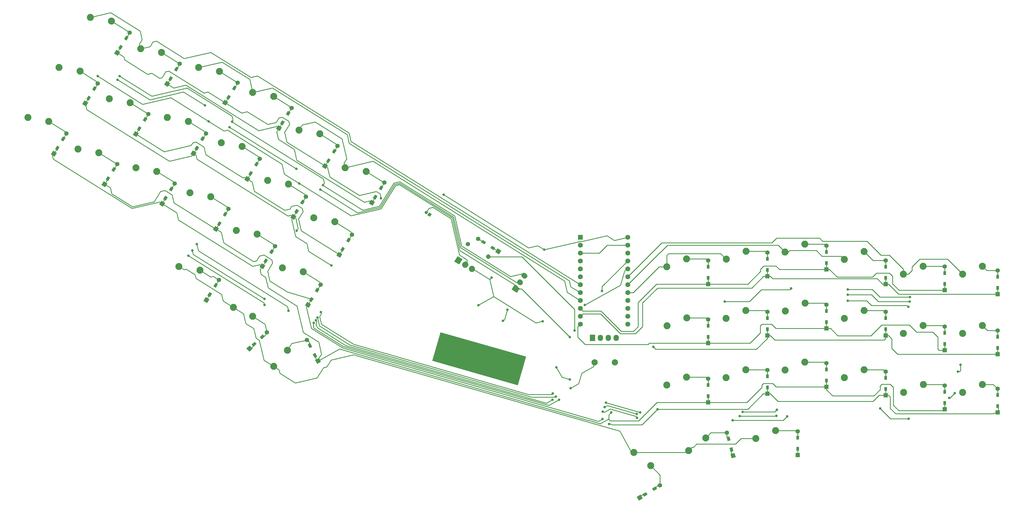
<source format=gbr>
G04 #@! TF.GenerationSoftware,KiCad,Pcbnew,(5.1.5)-3*
G04 #@! TF.CreationDate,2020-10-24T16:29:20+02:00*
G04 #@! TF.ProjectId,aegis,61656769-732e-46b6-9963-61645f706362,rev?*
G04 #@! TF.SameCoordinates,Original*
G04 #@! TF.FileFunction,Copper,L1,Top*
G04 #@! TF.FilePolarity,Positive*
%FSLAX46Y46*%
G04 Gerber Fmt 4.6, Leading zero omitted, Abs format (unit mm)*
G04 Created by KiCad (PCBNEW (5.1.5)-3) date 2020-10-24 16:29:20*
%MOMM*%
%LPD*%
G04 APERTURE LIST*
%ADD10C,0.100000*%
%ADD11C,2.000000*%
%ADD12O,1.730000X2.030000*%
%ADD13R,1.730000X2.030000*%
%ADD14C,1.730000*%
%ADD15C,1.000000*%
%ADD16C,1.397000*%
%ADD17R,0.950000X1.300000*%
%ADD18R,1.397000X1.397000*%
%ADD19C,1.905000*%
%ADD20C,1.400000*%
%ADD21C,1.400000*%
%ADD22C,1.600000*%
%ADD23R,1.600000X1.600000*%
%ADD24C,2.250000*%
%ADD25C,0.800000*%
%ADD26C,0.250000*%
G04 APERTURE END LIST*
D10*
G36*
X152289526Y-126792242D02*
G01*
X149670968Y-135924233D01*
X122185782Y-128016969D01*
X124790552Y-118933044D01*
X152289526Y-126792242D01*
G37*
X152289526Y-126792242D02*
X149670968Y-135924233D01*
X122185782Y-128016969D01*
X124790552Y-118933044D01*
X152289526Y-126792242D01*
D11*
X180880812Y-128648109D03*
X174380812Y-128648109D03*
D12*
X181304623Y-120784859D03*
X178764623Y-120784859D03*
X176224623Y-120784859D03*
D13*
X173684623Y-120784859D03*
D14*
X151910338Y-100823498D02*
X151658736Y-100660106D01*
X150526955Y-102953721D02*
X150275353Y-102790329D01*
G04 #@! TA.AperFunction,ComponentPad*
D10*
G36*
X150340134Y-104829607D02*
G01*
X149397909Y-106280507D01*
X147695408Y-105174889D01*
X148637633Y-103723989D01*
X150340134Y-104829607D01*
G37*
G04 #@! TD.AperFunction*
D15*
X120236459Y-80445568D02*
X120236459Y-80445568D01*
G04 #@! TA.AperFunction,ComponentPad*
D10*
G36*
X121154416Y-80429581D02*
G01*
X122002464Y-80959501D01*
X121472544Y-81807549D01*
X120624496Y-81277629D01*
X121154416Y-80429581D01*
G37*
G04 #@! TD.AperFunction*
G04 #@! TA.AperFunction,SMDPad,CuDef*
G36*
X75957651Y-49364829D02*
G01*
X75152006Y-48861406D01*
X75840901Y-47758943D01*
X76646546Y-48262366D01*
X75957651Y-49364829D01*
G37*
G04 #@! TD.AperFunction*
D16*
X76977661Y-46836108D03*
G04 #@! TA.AperFunction,ComponentPad*
D10*
G36*
X73161890Y-54260744D02*
G01*
X71977167Y-53520447D01*
X72717464Y-52335724D01*
X73902187Y-53076021D01*
X73161890Y-54260744D01*
G37*
G04 #@! TD.AperFunction*
G04 #@! TA.AperFunction,SMDPad,CuDef*
G36*
X74076437Y-52375399D02*
G01*
X73270792Y-51871976D01*
X73959687Y-50769513D01*
X74765332Y-51272936D01*
X74076437Y-52375399D01*
G37*
G04 #@! TD.AperFunction*
G04 #@! TA.AperFunction,SMDPad,CuDef*
G36*
X105798846Y-73317983D02*
G01*
X104993201Y-72814560D01*
X105682096Y-71712097D01*
X106487741Y-72215520D01*
X105798846Y-73317983D01*
G37*
G04 #@! TD.AperFunction*
D16*
X106818856Y-70789262D03*
G04 #@! TA.AperFunction,ComponentPad*
D10*
G36*
X103003085Y-78213898D02*
G01*
X101818362Y-77473601D01*
X102558659Y-76288878D01*
X103743382Y-77029175D01*
X103003085Y-78213898D01*
G37*
G04 #@! TD.AperFunction*
G04 #@! TA.AperFunction,SMDPad,CuDef*
G36*
X103917632Y-76328553D02*
G01*
X103111987Y-75825130D01*
X103800882Y-74722667D01*
X104606527Y-75226090D01*
X103917632Y-76328553D01*
G37*
G04 #@! TD.AperFunction*
G04 #@! TA.AperFunction,SMDPad,CuDef*
G36*
X90745766Y-61553424D02*
G01*
X89940121Y-61050001D01*
X90629016Y-59947538D01*
X91434661Y-60450961D01*
X90745766Y-61553424D01*
G37*
G04 #@! TD.AperFunction*
D16*
X91765776Y-59024703D03*
G04 #@! TA.AperFunction,ComponentPad*
D10*
G36*
X87950005Y-66449339D02*
G01*
X86765282Y-65709042D01*
X87505579Y-64524319D01*
X88690302Y-65264616D01*
X87950005Y-66449339D01*
G37*
G04 #@! TD.AperFunction*
G04 #@! TA.AperFunction,SMDPad,CuDef*
G36*
X88864552Y-64563994D02*
G01*
X88058907Y-64060571D01*
X88747802Y-62958108D01*
X89553447Y-63461531D01*
X88864552Y-64563994D01*
G37*
G04 #@! TD.AperFunction*
G04 #@! TA.AperFunction,SMDPad,CuDef*
G36*
X139455351Y-89901436D02*
G01*
X138951928Y-90707081D01*
X137849465Y-90018186D01*
X138352888Y-89212541D01*
X139455351Y-89901436D01*
G37*
G04 #@! TD.AperFunction*
D16*
X136926630Y-88881426D03*
G04 #@! TA.AperFunction,ComponentPad*
D10*
G36*
X144351266Y-92697197D02*
G01*
X143610969Y-93881920D01*
X142426246Y-93141623D01*
X143166543Y-91956900D01*
X144351266Y-92697197D01*
G37*
G04 #@! TD.AperFunction*
G04 #@! TA.AperFunction,SMDPad,CuDef*
G36*
X142465921Y-91782650D02*
G01*
X141962498Y-92588295D01*
X140860035Y-91899400D01*
X141363458Y-91093755D01*
X142465921Y-91782650D01*
G37*
G04 #@! TD.AperFunction*
D17*
X239630805Y-152873111D03*
D16*
X239630805Y-150838111D03*
D18*
X239630805Y-158458111D03*
D17*
X239630805Y-156423111D03*
G04 #@! TA.AperFunction,SMDPad,CuDef*
D10*
G36*
X218048461Y-153688515D02*
G01*
X217130832Y-153934393D01*
X216794367Y-152678689D01*
X217711996Y-152432811D01*
X218048461Y-153688515D01*
G37*
G04 #@! TD.AperFunction*
D16*
X216894717Y-151217943D03*
G04 #@! TA.AperFunction,ComponentPad*
D10*
G36*
X219722403Y-159072211D02*
G01*
X218373005Y-159433781D01*
X218011435Y-158084383D01*
X219360833Y-157722813D01*
X219722403Y-159072211D01*
G37*
G04 #@! TD.AperFunction*
G04 #@! TA.AperFunction,SMDPad,CuDef*
G36*
X218967269Y-157117551D02*
G01*
X218049640Y-157363429D01*
X217713175Y-156107725D01*
X218630804Y-155861847D01*
X218967269Y-157117551D01*
G37*
G04 #@! TD.AperFunction*
G04 #@! TA.AperFunction,SMDPad,CuDef*
G36*
X193339748Y-169975831D02*
G01*
X192850462Y-169161522D01*
X193964780Y-168491973D01*
X194454066Y-169306282D01*
X193339748Y-169975831D01*
G37*
G04 #@! TD.AperFunction*
D16*
X195396599Y-168185800D03*
G04 #@! TA.AperFunction,ComponentPad*
D10*
G36*
X188626008Y-173068875D02*
G01*
X187906500Y-171871413D01*
X189103962Y-171151905D01*
X189823470Y-172349367D01*
X188626008Y-173068875D01*
G37*
G04 #@! TD.AperFunction*
G04 #@! TA.AperFunction,SMDPad,CuDef*
G36*
X190296804Y-171804217D02*
G01*
X189807518Y-170989908D01*
X190921836Y-170320359D01*
X191411122Y-171134668D01*
X190296804Y-171804217D01*
G37*
G04 #@! TD.AperFunction*
G04 #@! TA.AperFunction,SMDPad,CuDef*
G36*
X83575407Y-123579902D02*
G01*
X82736606Y-124025900D01*
X82126293Y-122878068D01*
X82965094Y-122432070D01*
X83575407Y-123579902D01*
G37*
G04 #@! TD.AperFunction*
D16*
X81895475Y-121432187D03*
G04 #@! TA.AperFunction,ComponentPad*
D10*
G36*
X86417514Y-128449060D02*
G01*
X85184036Y-129104912D01*
X84528184Y-127871434D01*
X85761662Y-127215582D01*
X86417514Y-128449060D01*
G37*
G04 #@! TD.AperFunction*
G04 #@! TA.AperFunction,SMDPad,CuDef*
G36*
X85242031Y-126714366D02*
G01*
X84403230Y-127160364D01*
X83792917Y-126012532D01*
X84631718Y-125566534D01*
X85242031Y-126714366D01*
G37*
G04 #@! TD.AperFunction*
G04 #@! TA.AperFunction,SMDPad,CuDef*
G36*
X67393633Y-121144994D02*
G01*
X66745735Y-120450208D01*
X67696495Y-119563610D01*
X68344393Y-120258396D01*
X67393633Y-121144994D01*
G37*
G04 #@! TD.AperFunction*
D16*
X69033369Y-118966435D03*
G04 #@! TA.AperFunction,ComponentPad*
D10*
G36*
X63425978Y-125150489D02*
G01*
X62473227Y-124128788D01*
X63494928Y-123176037D01*
X64447679Y-124197738D01*
X63425978Y-125150489D01*
G37*
G04 #@! TD.AperFunction*
G04 #@! TA.AperFunction,SMDPad,CuDef*
G36*
X64797327Y-123566088D02*
G01*
X64149429Y-122871302D01*
X65100189Y-121984704D01*
X65748087Y-122679490D01*
X64797327Y-123566088D01*
G37*
G04 #@! TD.AperFunction*
G04 #@! TA.AperFunction,SMDPad,CuDef*
G36*
X52616393Y-104645910D02*
G01*
X51810748Y-104142487D01*
X52499643Y-103040024D01*
X53305288Y-103543447D01*
X52616393Y-104645910D01*
G37*
G04 #@! TD.AperFunction*
D16*
X53636403Y-102117189D03*
G04 #@! TA.AperFunction,ComponentPad*
D10*
G36*
X49820632Y-109541825D02*
G01*
X48635909Y-108801528D01*
X49376206Y-107616805D01*
X50560929Y-108357102D01*
X49820632Y-109541825D01*
G37*
G04 #@! TD.AperFunction*
G04 #@! TA.AperFunction,SMDPad,CuDef*
G36*
X50735179Y-107656480D02*
G01*
X49929534Y-107153057D01*
X50618429Y-106050594D01*
X51424074Y-106554017D01*
X50735179Y-107656480D01*
G37*
G04 #@! TD.AperFunction*
D17*
X303880807Y-139123111D03*
D16*
X303880807Y-137088111D03*
D18*
X303880807Y-144708111D03*
D17*
X303880807Y-142673111D03*
X303880797Y-120373106D03*
D16*
X303880797Y-118338106D03*
D18*
X303880797Y-125958106D03*
D17*
X303880797Y-123923106D03*
X303880787Y-101123093D03*
D16*
X303880787Y-99088093D03*
D18*
X303880787Y-106708093D03*
D17*
X303880787Y-104673093D03*
X286880798Y-138123125D03*
D16*
X286880798Y-136088125D03*
D18*
X286880798Y-143708125D03*
D17*
X286880798Y-141673125D03*
X286880795Y-119123108D03*
D16*
X286880795Y-117088108D03*
D18*
X286880795Y-124708108D03*
D17*
X286880795Y-122673108D03*
X286880808Y-99873119D03*
D16*
X286880808Y-97838119D03*
D18*
X286880808Y-105458119D03*
D17*
X286880808Y-103423119D03*
X267880794Y-133623117D03*
D16*
X267880794Y-131588117D03*
D18*
X267880794Y-139208117D03*
D17*
X267880794Y-137173117D03*
X267880795Y-114373109D03*
D16*
X267880795Y-112338109D03*
D18*
X267880795Y-119958109D03*
D17*
X267880795Y-117923109D03*
X267880817Y-97873100D03*
D16*
X267880817Y-95838100D03*
D18*
X267880817Y-103458100D03*
D17*
X267880817Y-101423100D03*
X248880789Y-130873113D03*
D16*
X248880789Y-128838113D03*
D18*
X248880789Y-136458113D03*
D17*
X248880789Y-134423113D03*
X248880785Y-112123105D03*
D16*
X248880785Y-110088105D03*
D18*
X248880785Y-117708105D03*
D17*
X248880785Y-115673105D03*
X248880801Y-93123100D03*
D16*
X248880801Y-91088100D03*
D18*
X248880801Y-98708100D03*
D17*
X248880801Y-96673100D03*
X229880805Y-133123097D03*
D16*
X229880805Y-131088097D03*
D18*
X229880805Y-138708097D03*
D17*
X229880805Y-136673097D03*
X229880800Y-114373110D03*
D16*
X229880800Y-112338110D03*
D18*
X229880800Y-119958110D03*
D17*
X229880800Y-117923110D03*
X229880802Y-95373108D03*
D16*
X229880802Y-93338108D03*
D18*
X229880802Y-100958108D03*
D17*
X229880802Y-98923108D03*
X210880815Y-135873108D03*
D16*
X210880815Y-133838108D03*
D18*
X210880815Y-141458108D03*
D17*
X210880815Y-139423108D03*
X210880800Y-116873105D03*
D16*
X210880800Y-114838105D03*
D18*
X210880800Y-122458105D03*
D17*
X210880800Y-120423105D03*
X210880791Y-97873111D03*
D16*
X210880791Y-95838111D03*
D18*
X210880791Y-103458111D03*
D17*
X210880791Y-101423111D03*
G04 #@! TA.AperFunction,SMDPad,CuDef*
D10*
G36*
X85264491Y-106179860D02*
G01*
X84458846Y-105676437D01*
X85147741Y-104573974D01*
X85953386Y-105077397D01*
X85264491Y-106179860D01*
G37*
G04 #@! TD.AperFunction*
D16*
X86284501Y-103651139D03*
G04 #@! TA.AperFunction,ComponentPad*
D10*
G36*
X82468730Y-111075775D02*
G01*
X81284007Y-110335478D01*
X82024304Y-109150755D01*
X83209027Y-109891052D01*
X82468730Y-111075775D01*
G37*
G04 #@! TD.AperFunction*
G04 #@! TA.AperFunction,SMDPad,CuDef*
G36*
X83383277Y-109190430D02*
G01*
X82577632Y-108687007D01*
X83266527Y-107584544D01*
X84072172Y-108087967D01*
X83383277Y-109190430D01*
G37*
G04 #@! TD.AperFunction*
G04 #@! TA.AperFunction,SMDPad,CuDef*
G36*
X95332923Y-90066937D02*
G01*
X94527278Y-89563514D01*
X95216173Y-88461051D01*
X96021818Y-88964474D01*
X95332923Y-90066937D01*
G37*
G04 #@! TD.AperFunction*
D16*
X96352933Y-87538216D03*
G04 #@! TA.AperFunction,ComponentPad*
D10*
G36*
X92537162Y-94962852D02*
G01*
X91352439Y-94222555D01*
X92092736Y-93037832D01*
X93277459Y-93778129D01*
X92537162Y-94962852D01*
G37*
G04 #@! TD.AperFunction*
G04 #@! TA.AperFunction,SMDPad,CuDef*
G36*
X93451709Y-93077507D02*
G01*
X92646064Y-92574084D01*
X93334959Y-91471621D01*
X94140604Y-91975044D01*
X93451709Y-93077507D01*
G37*
G04 #@! TD.AperFunction*
G04 #@! TA.AperFunction,SMDPad,CuDef*
G36*
X70608832Y-93779237D02*
G01*
X69803187Y-93275814D01*
X70492082Y-92173351D01*
X71297727Y-92676774D01*
X70608832Y-93779237D01*
G37*
G04 #@! TD.AperFunction*
D16*
X71628842Y-91250516D03*
G04 #@! TA.AperFunction,ComponentPad*
D10*
G36*
X67813071Y-98675152D02*
G01*
X66628348Y-97934855D01*
X67368645Y-96750132D01*
X68553368Y-97490429D01*
X67813071Y-98675152D01*
G37*
G04 #@! TD.AperFunction*
G04 #@! TA.AperFunction,SMDPad,CuDef*
G36*
X68727618Y-96789807D02*
G01*
X67921973Y-96286384D01*
X68610868Y-95183921D01*
X69416513Y-95687344D01*
X68727618Y-96789807D01*
G37*
G04 #@! TD.AperFunction*
G04 #@! TA.AperFunction,SMDPad,CuDef*
G36*
X80544826Y-77878344D02*
G01*
X79739181Y-77374921D01*
X80428076Y-76272458D01*
X81233721Y-76775881D01*
X80544826Y-77878344D01*
G37*
G04 #@! TD.AperFunction*
D16*
X81564836Y-75349623D03*
G04 #@! TA.AperFunction,ComponentPad*
D10*
G36*
X77749065Y-82774259D02*
G01*
X76564342Y-82033962D01*
X77304639Y-80849239D01*
X78489362Y-81589536D01*
X77749065Y-82774259D01*
G37*
G04 #@! TD.AperFunction*
G04 #@! TA.AperFunction,SMDPad,CuDef*
G36*
X78663612Y-80888914D02*
G01*
X77857967Y-80385491D01*
X78546862Y-79283028D01*
X79352507Y-79786451D01*
X78663612Y-80888914D01*
G37*
G04 #@! TD.AperFunction*
G04 #@! TA.AperFunction,SMDPad,CuDef*
G36*
X55688241Y-81802662D02*
G01*
X54882596Y-81299239D01*
X55571491Y-80196776D01*
X56377136Y-80700199D01*
X55688241Y-81802662D01*
G37*
G04 #@! TD.AperFunction*
D16*
X56708251Y-79273941D03*
G04 #@! TA.AperFunction,ComponentPad*
D10*
G36*
X52892480Y-86698577D02*
G01*
X51707757Y-85958280D01*
X52448054Y-84773557D01*
X53632777Y-85513854D01*
X52892480Y-86698577D01*
G37*
G04 #@! TD.AperFunction*
G04 #@! TA.AperFunction,SMDPad,CuDef*
G36*
X53807027Y-84813232D02*
G01*
X53001382Y-84309809D01*
X53690277Y-83207346D01*
X54495922Y-83710769D01*
X53807027Y-84813232D01*
G37*
G04 #@! TD.AperFunction*
G04 #@! TA.AperFunction,SMDPad,CuDef*
G36*
X65756698Y-65689760D02*
G01*
X64951053Y-65186337D01*
X65639948Y-64083874D01*
X66445593Y-64587297D01*
X65756698Y-65689760D01*
G37*
G04 #@! TD.AperFunction*
D16*
X66776708Y-63161039D03*
G04 #@! TA.AperFunction,ComponentPad*
D10*
G36*
X62960937Y-70585675D02*
G01*
X61776214Y-69845378D01*
X62516511Y-68660655D01*
X63701234Y-69400952D01*
X62960937Y-70585675D01*
G37*
G04 #@! TD.AperFunction*
G04 #@! TA.AperFunction,SMDPad,CuDef*
G36*
X63875484Y-68700330D02*
G01*
X63069839Y-68196907D01*
X63758734Y-67094444D01*
X64564379Y-67597867D01*
X63875484Y-68700330D01*
G37*
G04 #@! TD.AperFunction*
G04 #@! TA.AperFunction,SMDPad,CuDef*
G36*
X38383005Y-73642328D02*
G01*
X37577360Y-73138905D01*
X38266255Y-72036442D01*
X39071900Y-72539865D01*
X38383005Y-73642328D01*
G37*
G04 #@! TD.AperFunction*
D16*
X39403015Y-71113607D03*
G04 #@! TA.AperFunction,ComponentPad*
D10*
G36*
X35587244Y-78538243D02*
G01*
X34402521Y-77797946D01*
X35142818Y-76613223D01*
X36327541Y-77353520D01*
X35587244Y-78538243D01*
G37*
G04 #@! TD.AperFunction*
G04 #@! TA.AperFunction,SMDPad,CuDef*
G36*
X36501791Y-76652898D02*
G01*
X35696146Y-76149475D01*
X36385041Y-75047012D01*
X37190686Y-75550435D01*
X36501791Y-76652898D01*
G37*
G04 #@! TD.AperFunction*
G04 #@! TA.AperFunction,SMDPad,CuDef*
G36*
X48451467Y-57529394D02*
G01*
X47645822Y-57025971D01*
X48334717Y-55923508D01*
X49140362Y-56426931D01*
X48451467Y-57529394D01*
G37*
G04 #@! TD.AperFunction*
D16*
X49471477Y-55000673D03*
G04 #@! TA.AperFunction,ComponentPad*
D10*
G36*
X45655706Y-62425309D02*
G01*
X44470983Y-61685012D01*
X45211280Y-60500289D01*
X46396003Y-61240586D01*
X45655706Y-62425309D01*
G37*
G04 #@! TD.AperFunction*
G04 #@! TA.AperFunction,SMDPad,CuDef*
G36*
X46570253Y-60539964D02*
G01*
X45764608Y-60036541D01*
X46453503Y-58934078D01*
X47259148Y-59437501D01*
X46570253Y-60539964D01*
G37*
G04 #@! TD.AperFunction*
G04 #@! TA.AperFunction,SMDPad,CuDef*
G36*
X58652422Y-41204485D02*
G01*
X57846777Y-40701062D01*
X58535672Y-39598599D01*
X59341317Y-40102022D01*
X58652422Y-41204485D01*
G37*
G04 #@! TD.AperFunction*
D16*
X59672432Y-38675764D03*
G04 #@! TA.AperFunction,ComponentPad*
D10*
G36*
X55856661Y-46100400D02*
G01*
X54671938Y-45360103D01*
X55412235Y-44175380D01*
X56596958Y-44915677D01*
X55856661Y-46100400D01*
G37*
G04 #@! TD.AperFunction*
G04 #@! TA.AperFunction,SMDPad,CuDef*
G36*
X56771208Y-44215055D02*
G01*
X55965563Y-43711632D01*
X56654458Y-42609169D01*
X57460103Y-43112592D01*
X56771208Y-44215055D01*
G37*
G04 #@! TD.AperFunction*
G04 #@! TA.AperFunction,SMDPad,CuDef*
G36*
X19885455Y-67390076D02*
G01*
X19079810Y-66886653D01*
X19768705Y-65784190D01*
X20574350Y-66287613D01*
X19885455Y-67390076D01*
G37*
G04 #@! TD.AperFunction*
D16*
X20905465Y-64861355D03*
G04 #@! TA.AperFunction,ComponentPad*
D10*
G36*
X17089694Y-72285991D02*
G01*
X15904971Y-71545694D01*
X16645268Y-70360971D01*
X17829991Y-71101268D01*
X17089694Y-72285991D01*
G37*
G04 #@! TD.AperFunction*
G04 #@! TA.AperFunction,SMDPad,CuDef*
G36*
X18004241Y-70400646D02*
G01*
X17198596Y-69897223D01*
X17887491Y-68794760D01*
X18693136Y-69298183D01*
X18004241Y-70400646D01*
G37*
G04 #@! TD.AperFunction*
G04 #@! TA.AperFunction,SMDPad,CuDef*
G36*
X29953934Y-51277157D02*
G01*
X29148289Y-50773734D01*
X29837184Y-49671271D01*
X30642829Y-50174694D01*
X29953934Y-51277157D01*
G37*
G04 #@! TD.AperFunction*
D16*
X30973944Y-48748436D03*
G04 #@! TA.AperFunction,ComponentPad*
D10*
G36*
X27158173Y-56173072D02*
G01*
X25973450Y-55432775D01*
X26713747Y-54248052D01*
X27898470Y-54988349D01*
X27158173Y-56173072D01*
G37*
G04 #@! TD.AperFunction*
G04 #@! TA.AperFunction,SMDPad,CuDef*
G36*
X28072720Y-54287727D02*
G01*
X27267075Y-53784304D01*
X27955970Y-52681841D01*
X28761615Y-53185264D01*
X28072720Y-54287727D01*
G37*
G04 #@! TD.AperFunction*
G04 #@! TA.AperFunction,SMDPad,CuDef*
G36*
X40022387Y-35164245D02*
G01*
X39216742Y-34660822D01*
X39905637Y-33558359D01*
X40711282Y-34061782D01*
X40022387Y-35164245D01*
G37*
G04 #@! TD.AperFunction*
D16*
X41042397Y-32635524D03*
G04 #@! TA.AperFunction,ComponentPad*
D10*
G36*
X37226626Y-40060160D02*
G01*
X36041903Y-39319863D01*
X36782200Y-38135140D01*
X37966923Y-38875437D01*
X37226626Y-40060160D01*
G37*
G04 #@! TD.AperFunction*
G04 #@! TA.AperFunction,SMDPad,CuDef*
G36*
X38141173Y-38174815D02*
G01*
X37335528Y-37671392D01*
X38024423Y-36568929D01*
X38830068Y-37072352D01*
X38141173Y-38174815D01*
G37*
G04 #@! TD.AperFunction*
G04 #@! TA.AperFunction,SMDPad,CuDef*
G36*
X3626807Y-57554791D02*
G01*
X2821162Y-57051368D01*
X3510057Y-55948905D01*
X4315702Y-56452328D01*
X3626807Y-57554791D01*
G37*
G04 #@! TD.AperFunction*
D16*
X4646817Y-55026070D03*
G04 #@! TA.AperFunction,ComponentPad*
D10*
G36*
X831046Y-62450706D02*
G01*
X-353677Y-61710409D01*
X386620Y-60525686D01*
X1571343Y-61265983D01*
X831046Y-62450706D01*
G37*
G04 #@! TD.AperFunction*
G04 #@! TA.AperFunction,SMDPad,CuDef*
G36*
X1745593Y-60565361D02*
G01*
X939948Y-60061938D01*
X1628843Y-58959475D01*
X2434488Y-59462898D01*
X1745593Y-60565361D01*
G37*
G04 #@! TD.AperFunction*
G04 #@! TA.AperFunction,SMDPad,CuDef*
G36*
X13695286Y-41441906D02*
G01*
X12889641Y-40938483D01*
X13578536Y-39836020D01*
X14384181Y-40339443D01*
X13695286Y-41441906D01*
G37*
G04 #@! TD.AperFunction*
D16*
X14715296Y-38913185D03*
G04 #@! TA.AperFunction,ComponentPad*
D10*
G36*
X10899525Y-46337821D02*
G01*
X9714802Y-45597524D01*
X10455099Y-44412801D01*
X11639822Y-45153098D01*
X10899525Y-46337821D01*
G37*
G04 #@! TD.AperFunction*
G04 #@! TA.AperFunction,SMDPad,CuDef*
G36*
X11814072Y-44452476D02*
G01*
X11008427Y-43949053D01*
X11697322Y-42846590D01*
X12502967Y-43350013D01*
X11814072Y-44452476D01*
G37*
G04 #@! TD.AperFunction*
G04 #@! TA.AperFunction,SMDPad,CuDef*
G36*
X23938622Y-25143470D02*
G01*
X23132977Y-24640047D01*
X23821872Y-23537584D01*
X24627517Y-24041007D01*
X23938622Y-25143470D01*
G37*
G04 #@! TD.AperFunction*
D16*
X24958632Y-22614749D03*
G04 #@! TA.AperFunction,ComponentPad*
D10*
G36*
X21142861Y-30039385D02*
G01*
X19958138Y-29299088D01*
X20698435Y-28114365D01*
X21883158Y-28854662D01*
X21142861Y-30039385D01*
G37*
G04 #@! TD.AperFunction*
G04 #@! TA.AperFunction,SMDPad,CuDef*
G36*
X22057408Y-28154040D02*
G01*
X21251763Y-27650617D01*
X21940658Y-26548154D01*
X22746303Y-27051577D01*
X22057408Y-28154040D01*
G37*
G04 #@! TD.AperFunction*
D19*
X134938166Y-98460813D02*
X134887824Y-98541377D01*
X132784124Y-97114818D02*
X132733782Y-97195382D01*
G04 #@! TA.AperFunction,ComponentPad*
D10*
G36*
X129267226Y-96152405D02*
G01*
X130327064Y-94456309D01*
X131942596Y-95465805D01*
X130882758Y-97161901D01*
X129267226Y-96152405D01*
G37*
G04 #@! TD.AperFunction*
D20*
X140198481Y-94567141D02*
X140198481Y-94567141D01*
D21*
X133666866Y-90642551D03*
D22*
X185000806Y-88428102D03*
X185000806Y-90968102D03*
X185000806Y-93508102D03*
X185000806Y-96048102D03*
X185000806Y-98588102D03*
X185000806Y-101128102D03*
X185000806Y-103668102D03*
X185000806Y-106208102D03*
X185000806Y-108748102D03*
X185000806Y-111288102D03*
X185000806Y-113828102D03*
X185000806Y-116368102D03*
X169760806Y-116368102D03*
X169760806Y-113828102D03*
X169760806Y-111288102D03*
X169760806Y-108748102D03*
X169760806Y-106208102D03*
X169760806Y-103668102D03*
X169760806Y-101128102D03*
X169760806Y-98588102D03*
X169760806Y-96048102D03*
X169760806Y-93508102D03*
X169760806Y-90968102D03*
D23*
X169760806Y-88428102D03*
D24*
X232540579Y-150572222D03*
X226190579Y-153112222D03*
X210064240Y-152887917D03*
X204588011Y-156984870D03*
X192370000Y-161836920D03*
X186995296Y-157607658D03*
X75665515Y-124694524D03*
X71251256Y-129918356D03*
X64437031Y-113834314D03*
X58248703Y-110922494D03*
X47510266Y-98976325D03*
X40779166Y-97765379D03*
X298990589Y-135697227D03*
X292640589Y-138237227D03*
X298970588Y-116722213D03*
X292620588Y-119262213D03*
X299020586Y-97697243D03*
X292670586Y-100237243D03*
X279995593Y-135697212D03*
X273645593Y-138237212D03*
X279970593Y-116722240D03*
X273620593Y-119262240D03*
X279965595Y-97722230D03*
X273615595Y-100262230D03*
X260995584Y-130947228D03*
X254645584Y-133487228D03*
X260970597Y-111972220D03*
X254620597Y-114512220D03*
X260970590Y-92947219D03*
X254620590Y-95487219D03*
X241965587Y-128547235D03*
X235615587Y-131087235D03*
X241990590Y-109597229D03*
X235640590Y-112137229D03*
X241965593Y-90597231D03*
X235615593Y-93137231D03*
X222995597Y-130947217D03*
X216645597Y-133487217D03*
X222970596Y-111947217D03*
X216620596Y-114487217D03*
X223015597Y-92922216D03*
X216665597Y-95462216D03*
X203945589Y-133347230D03*
X197595589Y-135887230D03*
X203965573Y-114347235D03*
X197615573Y-116887235D03*
X203940586Y-95347223D03*
X197590586Y-97887223D03*
X80751846Y-99466080D03*
X74020746Y-98255134D03*
X90845737Y-83369052D03*
X84114637Y-82158106D03*
X100927456Y-67234965D03*
X94196356Y-66024019D03*
X65939888Y-87410002D03*
X59208788Y-86199056D03*
X75991378Y-71286483D03*
X69260278Y-70075537D03*
X86090067Y-55162982D03*
X79358967Y-53952036D03*
X51029883Y-75322134D03*
X44298783Y-74111188D03*
X61115835Y-59190658D03*
X54384735Y-57979712D03*
X71214514Y-43067149D03*
X64483414Y-41856203D03*
X33684900Y-67225371D03*
X26953800Y-66014425D03*
X43774573Y-51125704D03*
X37043473Y-49914758D03*
X53808585Y-35020752D03*
X47077485Y-33809806D03*
X15032624Y-61230196D03*
X8301524Y-60019250D03*
X25114340Y-45096090D03*
X18383240Y-43885144D03*
X35178562Y-28980509D03*
X28447462Y-27769563D03*
X-1036841Y-51129926D03*
X-7767941Y-49918980D03*
X8975977Y-35011699D03*
X2244877Y-33800753D03*
X19078876Y-18890829D03*
X12347776Y-17679883D03*
D25*
X105733487Y-75856198D03*
X160899617Y-138609846D03*
X86386894Y-112487033D03*
X78587318Y-86241452D03*
X89786798Y-97444601D03*
X84131299Y-115936538D03*
X162899613Y-140609859D03*
X179718961Y-144716918D03*
X85307688Y-114190246D03*
X161899616Y-139609857D03*
X193238193Y-123600309D03*
X84762348Y-115051094D03*
X160849624Y-140609847D03*
X176899616Y-146859869D03*
X179049614Y-148409862D03*
X194630807Y-143648101D03*
X166434517Y-120516823D03*
X176774627Y-105659838D03*
X79461060Y-71088220D03*
X50319850Y-51110004D03*
X14681344Y-36623176D03*
X46504915Y-90616482D03*
X75980161Y-112041579D03*
X146327182Y-111712492D03*
X144885000Y-115200078D03*
X178029045Y-141556828D03*
X189042380Y-144688840D03*
X221936790Y-144537854D03*
X232961794Y-143862854D03*
X266161790Y-143462851D03*
X275311794Y-146737853D03*
X275161791Y-110787854D03*
X255736794Y-108762852D03*
X78525174Y-66405782D03*
X57027154Y-52972328D03*
X157668505Y-115432417D03*
X141259527Y-101391816D03*
X87032150Y-71662569D03*
X57835233Y-51207345D03*
X21735639Y-36609274D03*
X43783709Y-94310838D03*
X68260560Y-110195259D03*
X137005258Y-110209811D03*
X166642836Y-136913493D03*
X176996092Y-144433547D03*
X187986440Y-146466659D03*
X218711789Y-147237850D03*
X236211792Y-146012854D03*
X288311790Y-140087849D03*
X290136794Y-138487848D03*
X275736790Y-107637853D03*
X255686789Y-105137847D03*
X86213431Y-73067137D03*
X49108322Y-46019486D03*
X21006994Y-37775333D03*
X45052908Y-92657123D03*
X68249766Y-108183911D03*
X162126584Y-130260938D03*
X166429148Y-134121436D03*
X177553738Y-143033000D03*
X187939599Y-145178857D03*
X221011788Y-145862846D03*
X232811792Y-145812842D03*
X291136794Y-131562843D03*
X291961791Y-129387854D03*
X275661792Y-109062843D03*
X255711794Y-106837855D03*
X237486793Y-104837849D03*
X216186784Y-109087853D03*
X171195811Y-110142321D03*
X167953106Y-118367137D03*
X125806431Y-74710295D03*
X158205498Y-92412395D03*
D26*
X24958625Y-22614742D02*
X23880252Y-24340532D01*
X24945185Y-22556518D02*
X24958625Y-22614742D01*
X19078878Y-18890849D02*
X24945185Y-22556518D01*
X21999041Y-27351101D02*
X20920648Y-29076882D01*
X56712842Y-43412111D02*
X55634454Y-45137880D01*
X50676808Y-106853536D02*
X49598418Y-108579319D01*
X88806177Y-63761049D02*
X87727800Y-65486826D01*
X23276782Y-31338760D02*
X23063732Y-30416021D01*
X30697182Y-35975551D02*
X23276782Y-31338760D01*
X32075144Y-35657432D02*
X30697182Y-35975551D01*
X34619303Y-37247183D02*
X32075144Y-35657432D01*
X35308274Y-37088117D02*
X34619303Y-37247183D01*
X50072385Y-41662323D02*
X48770718Y-41962839D01*
X36500605Y-35180009D02*
X35308274Y-37088117D01*
X55634454Y-45137880D02*
X50072385Y-41662323D01*
X23063732Y-30416021D02*
X20920648Y-29076882D01*
X48770718Y-41962839D02*
X37534069Y-34941395D01*
X37534069Y-34941395D02*
X36500605Y-35180009D01*
X69256134Y-52110401D02*
X62683750Y-48003523D01*
X72939417Y-49990074D02*
X72012059Y-51474128D01*
X60885003Y-48418802D02*
X55634454Y-45137880D01*
X73972892Y-49751449D02*
X72939417Y-49990074D01*
X62683750Y-48003523D02*
X60885003Y-48418802D01*
X75469750Y-57827145D02*
X74738404Y-54659382D01*
X87727800Y-65486826D02*
X75469750Y-57827145D01*
X76331619Y-52109726D02*
X76093014Y-51076244D01*
X72012059Y-51474128D02*
X69256134Y-52110401D01*
X74738404Y-54659382D02*
X76331619Y-52109726D01*
X76093014Y-51076244D02*
X73972892Y-49751449D01*
X105413150Y-74468735D02*
X105733487Y-75856198D01*
X98731910Y-74950834D02*
X104174000Y-73694419D01*
X88532174Y-65989454D02*
X89230349Y-69013588D01*
X87727800Y-65486826D02*
X88532174Y-65989454D01*
X89230349Y-69013588D02*
X98731910Y-74950834D01*
X104174000Y-73694419D02*
X105413150Y-74468735D01*
X210880790Y-101423106D02*
X210880795Y-103458116D01*
X188349604Y-117159869D02*
X188349613Y-109359858D01*
X170560803Y-112088119D02*
X176377870Y-112088109D01*
X194251364Y-103458101D02*
X210880795Y-103458116D01*
X188349613Y-109359858D02*
X194251364Y-103458101D01*
X169760805Y-111288105D02*
X170560803Y-112088119D01*
X176377870Y-112088109D02*
X182949622Y-118659851D01*
X182949622Y-118659851D02*
X186849613Y-118659855D01*
X186849613Y-118659855D02*
X188349604Y-117159869D01*
X248880800Y-98708112D02*
X248880790Y-96673105D01*
X233651380Y-98708095D02*
X248880800Y-98708112D01*
X233674636Y-98684851D02*
X233651380Y-98708095D01*
X232649619Y-97659857D02*
X233674636Y-98684851D01*
X223601370Y-103458110D02*
X227699605Y-99359852D01*
X228699625Y-97659838D02*
X232649619Y-97659857D01*
X210880795Y-103458116D02*
X223601370Y-103458110D01*
X227699605Y-99359852D02*
X227699629Y-98659852D01*
X227699629Y-98659852D02*
X228699625Y-97659838D01*
X286880811Y-103423110D02*
X286880807Y-105458124D01*
X275347863Y-105458100D02*
X286880807Y-105458124D01*
X270149616Y-103359849D02*
X272247870Y-105458113D01*
X270149618Y-100959870D02*
X270149616Y-103359849D01*
X269099614Y-99909846D02*
X270149618Y-100959870D01*
X249829314Y-98708105D02*
X252331052Y-101209871D01*
X272247870Y-105458113D02*
X275347863Y-105458100D01*
X248880800Y-98708112D02*
X249829314Y-98708105D01*
X263649614Y-101209854D02*
X264949624Y-99909855D01*
X252331052Y-101209871D02*
X263649614Y-101209854D01*
X264949624Y-99909855D02*
X269099614Y-99909846D01*
X86514147Y-113038229D02*
X86386894Y-112487033D01*
X85982309Y-113889352D02*
X86514147Y-113038229D01*
X86542508Y-116315871D02*
X85982309Y-113889352D01*
X153138336Y-138915570D02*
X96904539Y-122790778D01*
X96904539Y-122790778D02*
X86542508Y-116315871D01*
X160899617Y-138609846D02*
X160593897Y-138915573D01*
X160593897Y-138915573D02*
X153138336Y-138915570D01*
X14728531Y-38891975D02*
X13650149Y-40617759D01*
X14630265Y-38544893D02*
X14715295Y-38913190D01*
X8975967Y-35011705D02*
X14630265Y-38544893D01*
X11755696Y-43649527D02*
X10677280Y-45375293D01*
X46511891Y-59737026D02*
X45433486Y-61462806D01*
X78605229Y-80085972D02*
X77526836Y-81811751D01*
X64186217Y-123995713D02*
X63460445Y-124163272D01*
X64948749Y-122775402D02*
X64186217Y-123995713D01*
X77526836Y-81811751D02*
X76914149Y-81953200D01*
X79062354Y-85481229D02*
X78587318Y-86241452D01*
X77526836Y-81811751D02*
X78331239Y-82314368D01*
X78331239Y-82314368D02*
X79062354Y-85481229D01*
X77024218Y-82616123D02*
X77526836Y-81811751D01*
X78295510Y-88122671D02*
X77024218Y-82616123D01*
X89786798Y-97444601D02*
X82429993Y-92847554D01*
X81865324Y-90401664D02*
X78295510Y-88122671D01*
X82429993Y-92847554D02*
X81865324Y-90401664D01*
X11147266Y-47332354D02*
X10690556Y-45354099D01*
X44930865Y-62267170D02*
X37701867Y-63936124D01*
X18826733Y-52141636D02*
X18823857Y-52129224D01*
X45433486Y-61462806D02*
X44930865Y-62267170D01*
X18823857Y-52129224D02*
X11147266Y-47332354D01*
X37701867Y-63936124D02*
X18826733Y-52141636D01*
X210880800Y-120423121D02*
X210880799Y-122458107D01*
X248880807Y-115673108D02*
X248880796Y-117708096D01*
X286880805Y-122673102D02*
X286880796Y-124708112D01*
X196747868Y-122458113D02*
X210880799Y-122458107D01*
X191951371Y-122458100D02*
X196747868Y-122458113D01*
X169760802Y-116368103D02*
X168960798Y-117168112D01*
X168960798Y-117168112D02*
X168960802Y-120521036D01*
X168960802Y-120521036D02*
X171315083Y-122875303D01*
X171315083Y-122875303D02*
X191534172Y-122875297D01*
X191534172Y-122875297D02*
X191951371Y-122458100D01*
X232599621Y-117709849D02*
X232601353Y-117708107D01*
X231249629Y-116359851D02*
X232599621Y-117709849D01*
X224301363Y-122458113D02*
X227649625Y-119109849D01*
X210880799Y-122458107D02*
X224301363Y-122458113D01*
X227649625Y-119109849D02*
X227649604Y-116809865D01*
X232601353Y-117708107D02*
X248880796Y-117708096D01*
X227649604Y-116809865D02*
X228099616Y-116359848D01*
X228099616Y-116359848D02*
X231249629Y-116359851D01*
X284689580Y-124362323D02*
X285035377Y-124708109D01*
X285035377Y-124708109D02*
X286880796Y-124708112D01*
X283084891Y-118852905D02*
X284689579Y-120457583D01*
X277842924Y-118852891D02*
X283084891Y-118852905D01*
X250197874Y-117708108D02*
X252549628Y-120059847D01*
X284689579Y-120457583D02*
X284689580Y-124362323D01*
X263149618Y-120059842D02*
X266649611Y-116559856D01*
X252549628Y-120059847D02*
X263149618Y-120059842D01*
X248880796Y-117708096D02*
X250197874Y-117708108D01*
X275549871Y-116559858D02*
X277842924Y-118852891D01*
X266649611Y-116559856D02*
X275549871Y-116559858D01*
X83975383Y-116480320D02*
X84131299Y-115936538D01*
X83911976Y-116701402D02*
X83975383Y-116480320D01*
X159649089Y-142411658D02*
X93501552Y-123444157D01*
X162899613Y-140609859D02*
X159649089Y-142411658D01*
X84115231Y-117581718D02*
X83911976Y-116701402D01*
X93501552Y-123444157D02*
X93498286Y-123444910D01*
X93498286Y-123444910D02*
X84115231Y-117581718D01*
X76722461Y-81309115D02*
X77526839Y-81811749D01*
X75792989Y-81523706D02*
X76523153Y-81355135D01*
X45433499Y-61462799D02*
X46237874Y-61965448D01*
X46237874Y-61965448D02*
X46531977Y-63239403D01*
X46531977Y-63239403D02*
X75792989Y-81523706D01*
X76523153Y-81355135D02*
X76722461Y-81309115D01*
X4646822Y-55026084D02*
X3568430Y-56751856D01*
X4553851Y-54623374D02*
X4646822Y-55026084D01*
X-1036849Y-51129907D02*
X4553851Y-54623374D01*
X286880813Y-141673106D02*
X286880796Y-143708107D01*
X248880812Y-134423106D02*
X248880798Y-136458109D01*
X210880787Y-139423130D02*
X210880788Y-141458122D01*
X210880788Y-141458122D02*
X223320803Y-141458117D01*
X223320803Y-141458117D02*
X228130798Y-136648109D01*
X228130798Y-136648109D02*
X228130802Y-135898100D01*
X228130802Y-135898100D02*
X228630801Y-135398093D01*
X228630801Y-135398093D02*
X231630802Y-135398120D01*
X232690798Y-136458109D02*
X248880798Y-136458109D01*
X231630802Y-135398120D02*
X232690798Y-136458109D01*
X250872293Y-139398105D02*
X264130789Y-139398107D01*
X248880802Y-137406605D02*
X250872293Y-139398105D01*
X286440802Y-144148111D02*
X286880796Y-143708107D01*
X266130802Y-137398126D02*
X266130799Y-136148106D01*
X266130799Y-136148106D02*
X266630795Y-135648122D01*
X248880798Y-136458109D02*
X248880802Y-137406605D01*
X264130789Y-139398107D02*
X266130802Y-137398126D01*
X266630795Y-135648122D02*
X269380792Y-135648101D01*
X269380792Y-135648101D02*
X270380807Y-136648115D01*
X270380807Y-136648115D02*
X270380803Y-142398108D01*
X270380803Y-142398108D02*
X272130814Y-144148115D01*
X272130814Y-144148115D02*
X286440802Y-144148111D01*
X1687211Y-59762418D02*
X608834Y-61488209D01*
X36443429Y-75849954D02*
X35365020Y-77575707D01*
X68669236Y-95986870D02*
X67590879Y-97712651D01*
X84841191Y-127765528D02*
X84517489Y-126363456D01*
X85472860Y-128160243D02*
X84841191Y-127765528D01*
X66786482Y-97210029D02*
X64451359Y-97749141D01*
X67590879Y-97712651D02*
X66786482Y-97210029D01*
X64451359Y-97749141D02*
X40612558Y-82853019D01*
X40073454Y-80517854D02*
X35365020Y-77575707D01*
X40612558Y-82853019D02*
X40073454Y-80517854D01*
X335620Y-63286288D02*
X106202Y-62292582D01*
X25680163Y-79123321D02*
X335620Y-63286288D01*
X34560653Y-77073087D02*
X25680163Y-79123321D01*
X106202Y-62292582D02*
X608830Y-61488204D01*
X35365020Y-77575707D02*
X34560653Y-77073087D01*
X178917129Y-146515578D02*
X178827547Y-146827982D01*
X178899612Y-146498076D02*
X178917129Y-146515578D01*
X179718961Y-144716918D02*
X178899619Y-145536250D01*
X178899619Y-145536250D02*
X178899612Y-146498076D01*
X179409408Y-147409867D02*
X178827547Y-146827982D01*
X194433375Y-141472047D02*
X188495590Y-147409868D01*
X210880788Y-141458122D02*
X194440806Y-141458112D01*
X188495590Y-147409868D02*
X179409408Y-147409867D01*
X194440806Y-141458112D02*
X194433375Y-141472047D01*
X176137285Y-148319223D02*
X178827547Y-146827982D01*
X172506529Y-147292762D02*
X172523915Y-147283104D01*
X92397480Y-124321863D02*
X172506529Y-147292762D01*
X68624742Y-101241353D02*
X69420068Y-104686275D01*
X69420068Y-104686275D02*
X78721894Y-110498695D01*
X66846620Y-98903661D02*
X67177543Y-100337056D01*
X172523915Y-147283104D02*
X176137285Y-148319223D01*
X78721894Y-110498695D02*
X80683455Y-118995221D01*
X67177543Y-100337056D02*
X68624742Y-101241353D01*
X80683455Y-118995221D02*
X85686940Y-122121747D01*
X67590879Y-97712651D02*
X66846620Y-98903661D01*
X85686940Y-122121747D02*
X86577383Y-125978692D01*
X85403077Y-127857985D02*
X85472865Y-128160243D01*
X86577383Y-125978692D02*
X85403077Y-127857985D01*
X85472865Y-128160243D02*
X92397480Y-124321863D01*
X41042393Y-32635500D02*
X39964025Y-34361286D01*
X41031742Y-32637979D02*
X41042393Y-32635500D01*
X35178554Y-28980504D02*
X41031742Y-32637979D01*
X74018065Y-51572459D02*
X72939687Y-53298249D01*
X72182208Y-54510464D02*
X72939687Y-53298249D01*
X72743754Y-56942867D02*
X72182208Y-54510464D01*
X77816352Y-60112584D02*
X72743754Y-56942867D01*
X101976495Y-76748759D02*
X100330330Y-77128816D01*
X103859261Y-75525622D02*
X102780866Y-77251385D01*
X102780866Y-77251385D02*
X101976495Y-76748759D01*
X100330330Y-77128816D02*
X78611681Y-63557492D01*
X78611681Y-63557492D02*
X77816352Y-60112584D01*
X161749632Y-139759849D02*
X154156006Y-139759852D01*
X85927799Y-116876253D02*
X85434943Y-114741431D01*
X161899616Y-139609857D02*
X161749632Y-139759849D01*
X154156006Y-139759852D02*
X154147151Y-139750998D01*
X85434943Y-114741431D02*
X85307688Y-114190246D01*
X154147151Y-139750998D02*
X95726460Y-122999140D01*
X95726460Y-122999140D02*
X85927799Y-116876253D01*
X170560807Y-113028115D02*
X176317873Y-113028108D01*
X169760812Y-113828108D02*
X170560807Y-113028115D01*
X176317873Y-113028108D02*
X182699619Y-119409860D01*
X182699619Y-119409860D02*
X187449610Y-119409860D01*
X187449610Y-119409860D02*
X189799620Y-117059855D01*
X189799620Y-117059855D02*
X189799610Y-109509845D01*
X189799610Y-109509845D02*
X194599623Y-104709845D01*
X267880807Y-101423092D02*
X267880813Y-103458115D01*
X303880800Y-106708101D02*
X303880801Y-104673104D01*
X194599623Y-104709845D02*
X224899614Y-104709856D01*
X228651361Y-100958108D02*
X229880780Y-100958106D01*
X224899614Y-104709856D02*
X228651361Y-100958108D01*
X229880780Y-100958106D02*
X229880797Y-98923116D01*
X266932307Y-103458110D02*
X267880813Y-103458115D01*
X265184058Y-101709838D02*
X266932307Y-103458110D01*
X231581022Y-101709863D02*
X265184058Y-101709838D01*
X229880780Y-100958106D02*
X230829296Y-100958114D01*
X230829296Y-100958114D02*
X231581022Y-101709863D01*
X272079311Y-106708094D02*
X302932290Y-106708097D01*
X302932290Y-106708097D02*
X303880800Y-106708101D01*
X268829315Y-103458115D02*
X272079311Y-106708094D01*
X267880813Y-103458115D02*
X268829315Y-103458115D01*
X30973944Y-48748427D02*
X29895549Y-50474211D01*
X30963266Y-48750893D02*
X30973944Y-48748427D01*
X25114354Y-45096060D02*
X30963266Y-48750893D01*
X303880799Y-123923110D02*
X303880806Y-125958100D01*
X267880796Y-117923103D02*
X267880787Y-119958098D01*
X229880794Y-117923119D02*
X229880799Y-119958112D01*
X218340212Y-158051594D02*
X218866900Y-158578288D01*
X218340226Y-156612613D02*
X218340212Y-158051594D01*
X230829277Y-119958108D02*
X232269295Y-121398096D01*
X229880799Y-119958112D02*
X230829277Y-119958108D01*
X267880816Y-120906605D02*
X267880787Y-119958098D01*
X267389310Y-121398119D02*
X267880816Y-120906605D01*
X232269295Y-121398096D02*
X267389310Y-121398119D01*
X268829297Y-119958123D02*
X269380805Y-120509603D01*
X267880787Y-119958098D02*
X268829297Y-119958123D01*
X269380798Y-120608430D02*
X269880789Y-121108441D01*
X269380805Y-120509603D02*
X269380798Y-120608430D01*
X269880789Y-121108441D02*
X269880801Y-124148103D01*
X271690804Y-125958110D02*
X303880806Y-125958100D01*
X269880801Y-124148103D02*
X271690804Y-125958110D01*
X28014333Y-53484765D02*
X26935933Y-55210577D01*
X63817105Y-67897387D02*
X62738733Y-69623168D01*
X93393349Y-92274569D02*
X92314959Y-94000342D01*
X64266990Y-70578112D02*
X62738733Y-69623168D01*
X79169968Y-82478400D02*
X80627249Y-80146271D01*
X91492981Y-93421426D02*
X80044810Y-86267823D01*
X76440173Y-79298664D02*
X74717715Y-79696321D01*
X64965147Y-73602255D02*
X64266990Y-70578112D01*
X74717715Y-79696321D02*
X64965147Y-73602255D01*
X80044810Y-86267823D02*
X79169968Y-82478400D01*
X92314959Y-94000342D02*
X91510592Y-93497710D01*
X91510592Y-93497710D02*
X91492981Y-93421426D01*
X80627249Y-80146271D02*
X80388641Y-79112792D01*
X80388641Y-79112792D02*
X78692544Y-78052961D01*
X78692544Y-78052961D02*
X76970079Y-78450616D01*
X76970079Y-78450616D02*
X76440173Y-79298664D01*
X46254702Y-57783534D02*
X45221239Y-58022159D01*
X61934366Y-69120549D02*
X61321674Y-69261980D01*
X62738733Y-69623168D02*
X61934366Y-69120549D01*
X45221239Y-58022159D02*
X44691321Y-58870186D01*
X61321674Y-69261980D02*
X49355569Y-61784733D01*
X49355569Y-61784733D02*
X48798846Y-59373303D01*
X36002729Y-60876107D02*
X26935933Y-55210577D01*
X44691321Y-58870186D02*
X36002729Y-60876107D01*
X48798846Y-59373303D02*
X46254702Y-57783534D01*
X229880793Y-120906610D02*
X229880799Y-119958112D01*
X193947752Y-124309862D02*
X193949634Y-124309853D01*
X193949634Y-124309853D02*
X194037874Y-124398111D01*
X193238193Y-123600309D02*
X193947752Y-124309862D01*
X194037874Y-124398111D02*
X226389290Y-124398101D01*
X226389290Y-124398101D02*
X229880793Y-120906610D01*
X84759955Y-116510630D02*
X85036597Y-115545855D01*
X158874462Y-141704709D02*
X94390426Y-123214205D01*
X160849624Y-140609847D02*
X158874462Y-141704709D01*
X94390426Y-123214205D02*
X85341539Y-117559824D01*
X85036597Y-115545855D02*
X84762348Y-115051094D01*
X85341539Y-117559824D02*
X84759955Y-116510630D01*
X20905459Y-64861338D02*
X19827077Y-66587134D01*
X20860343Y-64871766D02*
X20905459Y-64861338D01*
X15032634Y-61230190D02*
X20860343Y-64871766D01*
X267880796Y-137173104D02*
X267880794Y-139208111D01*
X229880797Y-136673112D02*
X229880797Y-138708110D01*
X239630804Y-156423104D02*
X239630796Y-158458096D01*
X230829297Y-138708111D02*
X233269292Y-141148125D01*
X229880797Y-138708110D02*
X230829297Y-138708111D01*
X233269292Y-141148125D02*
X263880787Y-141148104D01*
X265820800Y-139208109D02*
X267880794Y-139208111D01*
X263880787Y-141148104D02*
X265820800Y-139208109D01*
X268829292Y-139208113D02*
X269380798Y-139759626D01*
X267880794Y-139208111D02*
X268829292Y-139208113D01*
X269380798Y-139759626D02*
X269380793Y-143398101D01*
X269380793Y-143398101D02*
X271130803Y-145148120D01*
X303812641Y-107299477D02*
X304114296Y-106755230D01*
X72135306Y-52795614D02*
X66397228Y-54120339D01*
X37004418Y-39097645D02*
X38082808Y-37371860D01*
X72939687Y-53298249D02*
X72135306Y-52795614D01*
X42982504Y-39489192D02*
X39074778Y-40391359D01*
X66397228Y-54120339D02*
X42982504Y-39489192D01*
X39074778Y-40391359D02*
X37004418Y-39097645D01*
X189336254Y-171356202D02*
X190609321Y-171062298D01*
X188864998Y-172110396D02*
X189336254Y-171356202D01*
X271130803Y-145148120D02*
X302492293Y-145148106D01*
X53748668Y-84010291D02*
X52670267Y-85736088D01*
X70611718Y-95702677D02*
X68067572Y-94112920D01*
X70850321Y-96736151D02*
X70611718Y-95702677D01*
X54410518Y-86823505D02*
X52670267Y-85736088D01*
X68067572Y-94112920D02*
X66689621Y-94431074D01*
X66689621Y-94431074D02*
X65762247Y-95915134D01*
X64728777Y-96153737D02*
X55188237Y-90192138D01*
X65762247Y-95915134D02*
X64728777Y-96153737D01*
X75689124Y-106015742D02*
X69993966Y-102457032D01*
X55188237Y-90192138D02*
X54410518Y-86823505D01*
X69260551Y-99280313D02*
X70850321Y-96736151D01*
X69993966Y-102457032D02*
X69260551Y-99280313D01*
X83204793Y-108170821D02*
X75689124Y-106015742D01*
X83324887Y-108387475D02*
X83204793Y-108170821D01*
X228570787Y-138708091D02*
X229880797Y-138708110D01*
X223630798Y-143648107D02*
X228570787Y-138708091D01*
X179615311Y-148409855D02*
X179915311Y-148709852D01*
X179049614Y-148409862D02*
X179615311Y-148409855D01*
X194770485Y-143648114D02*
X223630798Y-143648107D01*
X179915311Y-148709852D02*
X189569050Y-148709859D01*
X189569050Y-148709859D02*
X194630807Y-143648101D01*
X194630807Y-143648101D02*
X194770485Y-143648114D01*
X81743873Y-110917626D02*
X83309010Y-117697015D01*
X175615776Y-147571506D02*
X176899616Y-146859869D01*
X93387726Y-123992992D02*
X175615776Y-147571506D01*
X83324898Y-108387477D02*
X81743873Y-110917626D01*
X83309010Y-117697015D02*
X93385496Y-123993502D01*
X93385496Y-123993502D02*
X93387726Y-123992992D01*
X16867477Y-71323470D02*
X17945860Y-69597695D01*
X38571307Y-74797214D02*
X36239196Y-73339969D01*
X51865876Y-85233461D02*
X39145654Y-77284964D01*
X52670267Y-85736088D02*
X51865880Y-85233451D01*
X34861229Y-73658091D02*
X32771221Y-77002771D01*
X51865880Y-85233451D02*
X51865876Y-85233461D01*
X39145654Y-77284964D02*
X38571307Y-74797214D01*
X36239196Y-73339969D02*
X34861229Y-73658091D01*
X25852389Y-78600114D02*
X19174315Y-74427198D01*
X32771221Y-77002771D02*
X25852389Y-78600114D01*
X18725843Y-72484715D02*
X16867477Y-71323470D01*
X19174315Y-74427198D02*
X18725843Y-72484715D01*
X302579531Y-145008517D02*
X303880798Y-144708098D01*
X302492293Y-145148106D02*
X302579531Y-145008517D01*
X304223863Y-144159080D02*
X303880798Y-142673099D01*
X303880798Y-144708098D02*
X304223863Y-144159080D01*
X59672439Y-38675758D02*
X58594044Y-40401533D01*
X59661766Y-38678220D02*
X59672439Y-38675758D01*
X53808591Y-35020747D02*
X59661766Y-38678220D01*
X49471488Y-55000701D02*
X48393105Y-56726451D01*
X49386472Y-54632400D02*
X49471488Y-55000701D01*
X43774577Y-51125697D02*
X49386472Y-54632400D01*
X39403008Y-71113599D02*
X38324615Y-72839364D01*
X39317987Y-70745305D02*
X39403008Y-71113599D01*
X33684908Y-67225364D02*
X39317987Y-70745305D01*
X76977657Y-46836122D02*
X75899274Y-48561884D01*
X76932409Y-46640078D02*
X76977657Y-46836122D01*
X71214501Y-43067149D02*
X76932409Y-46640078D01*
X66776717Y-63161029D02*
X65698334Y-64886801D01*
X66659891Y-62654955D02*
X66776717Y-63161029D01*
X61115837Y-59190659D02*
X66659891Y-62654955D01*
X56708250Y-79273970D02*
X55629872Y-80999728D01*
X56599367Y-78802316D02*
X56708250Y-79273970D01*
X51029890Y-75322119D02*
X56599367Y-78802316D01*
X91765780Y-59024703D02*
X90687380Y-60750488D01*
X91680766Y-58656413D02*
X91765780Y-59024703D01*
X86090075Y-55162967D02*
X91680766Y-58656413D01*
X81564849Y-75349624D02*
X80486454Y-77075398D01*
X81408228Y-74671290D02*
X81564849Y-75349624D01*
X75991387Y-71286476D02*
X81408228Y-74671290D01*
X71628838Y-91250535D02*
X70550457Y-92976303D01*
X71551783Y-90916690D02*
X71628838Y-91250535D01*
X65939888Y-87409999D02*
X71551783Y-90916690D01*
X106818839Y-70789270D02*
X105740462Y-72515055D01*
X106670405Y-70823531D02*
X106818839Y-70789270D01*
X100927461Y-67234954D02*
X106670405Y-70823531D01*
X96352949Y-87538214D02*
X95274545Y-89263975D01*
X96156575Y-86687630D02*
X96352949Y-87538214D01*
X90845738Y-83369066D02*
X96156575Y-86687630D01*
X86284479Y-103651118D02*
X85206077Y-105376895D01*
X86088120Y-102800563D02*
X86284479Y-103651118D01*
X80751843Y-99466073D02*
X86088120Y-102800563D01*
X210389911Y-95347228D02*
X210880802Y-95838113D01*
X203940594Y-95347231D02*
X210389911Y-95347228D01*
X210880802Y-95838113D02*
X210880795Y-97873114D01*
X210389915Y-114347231D02*
X210880796Y-114838114D01*
X203965590Y-114347227D02*
X210389915Y-114347231D01*
X210880796Y-114838114D02*
X210880805Y-116873116D01*
X210389921Y-133347235D02*
X210880793Y-133838103D01*
X203945582Y-133347218D02*
X210389921Y-133347235D01*
X210880793Y-133838103D02*
X210880798Y-135873111D01*
X229464909Y-92922223D02*
X229880796Y-93338110D01*
X223015575Y-92922232D02*
X229464909Y-92922223D01*
X229880796Y-93338110D02*
X229880804Y-95373119D01*
X229489905Y-111947217D02*
X229880808Y-112338119D01*
X222970585Y-111947220D02*
X229489905Y-111947217D01*
X229880808Y-112338119D02*
X229880794Y-114373109D01*
X229739917Y-130947208D02*
X229880795Y-131088115D01*
X222995597Y-130947216D02*
X229739917Y-130947208D01*
X229880795Y-131088115D02*
X229880785Y-133123092D01*
X248389904Y-90597220D02*
X248880800Y-91088120D01*
X241965581Y-90597224D02*
X248389904Y-90597220D01*
X248880800Y-91088120D02*
X248880799Y-93123107D01*
X248389910Y-109597222D02*
X248880805Y-110088113D01*
X241990575Y-109597220D02*
X248389910Y-109597222D01*
X248880800Y-112123118D02*
X248880805Y-110088113D01*
X248589905Y-128547228D02*
X248880814Y-128838098D01*
X241965594Y-128547219D02*
X248589905Y-128547228D01*
X248880814Y-128838098D02*
X248880797Y-130873100D01*
X263861479Y-95838101D02*
X267880792Y-95838124D01*
X260970593Y-92947225D02*
X263861479Y-95838101D01*
X267880792Y-95838124D02*
X267880799Y-97873126D01*
X267514928Y-111972216D02*
X267880793Y-112338116D01*
X260970598Y-111972225D02*
X267514928Y-111972216D01*
X267880818Y-114373096D02*
X267880793Y-112338116D01*
X267239901Y-130947221D02*
X267880802Y-131588108D01*
X260995584Y-130947207D02*
X267239901Y-130947221D01*
X267880802Y-131588108D02*
X267880796Y-133623113D01*
X286764903Y-97722224D02*
X286880807Y-97838107D01*
X279965604Y-97722224D02*
X286764903Y-97722224D01*
X286880807Y-97838107D02*
X286880796Y-99873110D01*
X286514915Y-116722213D02*
X286880797Y-117088101D01*
X279970589Y-116722220D02*
X286514915Y-116722213D01*
X286880797Y-117088101D02*
X286880801Y-119123108D01*
X286880793Y-136088105D02*
X286880801Y-138123122D01*
X286489901Y-135697233D02*
X286880793Y-136088105D01*
X279995582Y-135697234D02*
X286489901Y-135697233D01*
X300411489Y-99088121D02*
X303880791Y-99088108D01*
X299020598Y-97697213D02*
X300411489Y-99088121D01*
X303880791Y-99088108D02*
X303880793Y-101123113D01*
X300586484Y-118338106D02*
X303880783Y-118338111D01*
X298970588Y-116722228D02*
X300586484Y-118338106D01*
X303880783Y-118338111D02*
X303880790Y-120373117D01*
X302489921Y-135697230D02*
X303880797Y-137088106D01*
X298990586Y-135697223D02*
X302489921Y-135697230D01*
X303880797Y-137088106D02*
X303880793Y-139123106D01*
X53636395Y-102117205D02*
X52558016Y-103842983D01*
X47510270Y-98976301D02*
X50977330Y-101142769D01*
X51780317Y-100957387D02*
X53636395Y-102117205D01*
X50977330Y-101142769D02*
X51780317Y-100957387D01*
X68270832Y-120186758D02*
X67545065Y-120354305D01*
X69033365Y-118966445D02*
X68270832Y-120186758D01*
X68423650Y-116325449D02*
X69033365Y-118966445D01*
X64437008Y-113834325D02*
X68423650Y-116325449D01*
X82527167Y-121826881D02*
X82850864Y-123228980D01*
X81895497Y-121432169D02*
X82527167Y-121826881D01*
X80932990Y-121654392D02*
X81895497Y-121432169D01*
X76997462Y-122562964D02*
X80932990Y-121654392D01*
X75665506Y-124694548D02*
X76997462Y-122562964D01*
X195396600Y-164863537D02*
X195396619Y-168185807D01*
X192369992Y-161836913D02*
X195396600Y-164863537D01*
X194700374Y-168185820D02*
X193652264Y-169233918D01*
X195396619Y-168185807D02*
X194700374Y-168185820D01*
X211734230Y-151217936D02*
X216894703Y-151217944D01*
X210064231Y-152887903D02*
X211734230Y-151217936D01*
X216894705Y-152656896D02*
X217421394Y-153183589D01*
X216894703Y-151217944D02*
X216894705Y-152656896D01*
X239364907Y-150572234D02*
X239630791Y-150838106D01*
X232540599Y-150572214D02*
X239364907Y-150572234D01*
X239630791Y-150838106D02*
X239630801Y-152873118D01*
X149017771Y-105002248D02*
X148156870Y-104464315D01*
X148156870Y-104464315D02*
X148119059Y-104473030D01*
X166434517Y-120516823D02*
X150919969Y-105002271D01*
X150919969Y-105002271D02*
X149017771Y-105002248D01*
X176774629Y-104274291D02*
X176774627Y-105659838D01*
X185000803Y-96048102D02*
X176774629Y-104274291D01*
X79461060Y-71088220D02*
X78981334Y-70788463D01*
X78981334Y-70788463D02*
X74648386Y-68080938D01*
X74648386Y-68080938D02*
X73900785Y-64842707D01*
X73900785Y-64842707D02*
X56430995Y-53926368D01*
X56430995Y-53926368D02*
X55259722Y-54196781D01*
X55259722Y-54196781D02*
X50319850Y-51110004D01*
X50319850Y-51110004D02*
X38192747Y-43532163D01*
X38192747Y-43532163D02*
X29098168Y-45631809D01*
X29098168Y-45631809D02*
X14681344Y-36623176D01*
X46504915Y-90616482D02*
X46998007Y-92752337D01*
X46998007Y-92752337D02*
X75662037Y-110663604D01*
X75662037Y-110663604D02*
X75980161Y-112041579D01*
X146327182Y-111712492D02*
X145410681Y-114908690D01*
X145410681Y-114908690D02*
X144885000Y-115200078D01*
X178029045Y-141556828D02*
X189011467Y-144705991D01*
X189011467Y-144705991D02*
X189042380Y-144688840D01*
X221936790Y-144537854D02*
X232286793Y-144537853D01*
X232286793Y-144537853D02*
X232961794Y-143862854D01*
X269436791Y-146737850D02*
X275311794Y-146737853D01*
X266161790Y-143462851D02*
X269436791Y-146737850D01*
X275161791Y-110787854D02*
X274661794Y-110287853D01*
X274661794Y-110287853D02*
X263336787Y-110287844D01*
X263336787Y-110287844D02*
X261811790Y-108762855D01*
X261811790Y-108762855D02*
X255736794Y-108762852D01*
X105718125Y-79233194D02*
X96062983Y-81462260D01*
X79940787Y-71387994D02*
X79461060Y-71088220D01*
X110381413Y-71770371D02*
X105718125Y-79233194D01*
X111587124Y-71492011D02*
X110381413Y-71770371D01*
X96062983Y-81462260D02*
X79940787Y-71387994D01*
X128621349Y-82136175D02*
X111587124Y-71492011D01*
X131041284Y-92618087D02*
X128621349Y-82136175D01*
X149017771Y-105002248D02*
X149476224Y-104268577D01*
X149476224Y-104268577D02*
X149440860Y-104115419D01*
X149440860Y-104115419D02*
X131041284Y-92618087D01*
X78525174Y-66405782D02*
X57027154Y-52972328D01*
X185000801Y-90968110D02*
X178441374Y-90968102D01*
X175901355Y-93508104D02*
X169760808Y-93508114D01*
X178441374Y-90968102D02*
X175901355Y-93508104D01*
X135085229Y-98461346D02*
X134912979Y-98501087D01*
X157626088Y-115405916D02*
X155487966Y-115899548D01*
X141964400Y-107449069D02*
X140699298Y-101969389D01*
X157668505Y-115432417D02*
X157626088Y-115405916D01*
X155487966Y-115899548D02*
X141964400Y-107449069D01*
X140699298Y-101969389D02*
X135085229Y-98461346D01*
X140699298Y-101969389D02*
X140699311Y-101952028D01*
X140699311Y-101952028D02*
X141259527Y-101391816D01*
X87032150Y-71662569D02*
X87469336Y-70962932D01*
X87469336Y-70962932D02*
X87151208Y-69584963D01*
X87151208Y-69584963D02*
X57851133Y-51276251D01*
X57851133Y-51276251D02*
X57835233Y-51207345D01*
X43783709Y-94310838D02*
X68101493Y-109506266D01*
X68101493Y-109506266D02*
X68260560Y-110195259D01*
X141960365Y-107463151D02*
X137500016Y-109935563D01*
X141964400Y-107449069D02*
X141960365Y-107463151D01*
X137500016Y-109935563D02*
X137005258Y-110209811D01*
X173991003Y-130007533D02*
X170175194Y-132122672D01*
X174380813Y-128648111D02*
X173991003Y-130007533D01*
X170175194Y-132122672D02*
X169209402Y-135490821D01*
X169209402Y-135490821D02*
X166642836Y-136913493D01*
X177539864Y-144589468D02*
X179364293Y-143578180D01*
X176996092Y-144433547D02*
X177539864Y-144589468D01*
X179364293Y-143578180D02*
X187712192Y-145971896D01*
X187712192Y-145971896D02*
X187986440Y-146466659D01*
X218711789Y-147237850D02*
X234986793Y-147237853D01*
X234986793Y-147237853D02*
X236211792Y-146012854D01*
X288311790Y-140087849D02*
X288536796Y-140087855D01*
X288536796Y-140087855D02*
X290136794Y-138487848D01*
X275736790Y-107637853D02*
X266086791Y-107637842D01*
X266086791Y-107637842D02*
X263586789Y-105137848D01*
X263586789Y-105137848D02*
X255686789Y-105137847D01*
X150924950Y-100204674D02*
X147338181Y-101032749D01*
X105152421Y-78440102D02*
X99840901Y-79666362D01*
X87511873Y-71962328D02*
X87032150Y-71662569D01*
X129414443Y-81570471D02*
X111747908Y-70531199D01*
X147338181Y-101032749D02*
X131643506Y-91225628D01*
X111747908Y-70531199D02*
X109815708Y-70977278D01*
X99840901Y-79666362D02*
X87511873Y-71962328D01*
X109815708Y-70977278D02*
X105152421Y-78440102D01*
X151784534Y-100741809D02*
X150924950Y-100204674D01*
X131643506Y-91225628D02*
X129414443Y-81570471D01*
X43391471Y-40408824D02*
X32018226Y-43034539D01*
X57836606Y-49435147D02*
X43391471Y-40408824D01*
X32018226Y-43034539D02*
X21735639Y-36609274D01*
X57835233Y-51207345D02*
X58134999Y-50727628D01*
X58134999Y-50727628D02*
X57836606Y-49435147D01*
X98141418Y-80520570D02*
X86693165Y-73366904D01*
X105435270Y-78836645D02*
X98141418Y-80520570D01*
X131299513Y-91736089D02*
X129017890Y-81853319D01*
X150401151Y-102872023D02*
X149466172Y-103087880D01*
X149466172Y-103087880D02*
X131299513Y-91736089D01*
X86693165Y-73366904D02*
X86213431Y-73067137D01*
X110098564Y-71373824D02*
X105435270Y-78836645D01*
X129017890Y-81853319D02*
X111667518Y-71011605D01*
X111667518Y-71011605D02*
X110098564Y-71373824D01*
X49108322Y-46019486D02*
X42175523Y-41687390D01*
X42175523Y-41687390D02*
X31427377Y-44168788D01*
X31427377Y-44168788D02*
X21144791Y-37743519D01*
X21144791Y-37743519D02*
X21006994Y-37775333D01*
X45052908Y-92657123D02*
X45331267Y-93862837D01*
X45331267Y-93862837D02*
X68249766Y-108183911D01*
X162126584Y-130260938D02*
X163857777Y-133384104D01*
X163857777Y-133384104D02*
X166429148Y-134121436D01*
X178543260Y-142484508D02*
X187939599Y-145178857D01*
X177553738Y-143033000D02*
X178543260Y-142484508D01*
X221011788Y-145862846D02*
X232761790Y-145862852D01*
X232761790Y-145862852D02*
X232811792Y-145812842D01*
X291961788Y-131262851D02*
X291961791Y-129387854D01*
X291136794Y-131562843D02*
X291661791Y-131562854D01*
X291661791Y-131562854D02*
X291961788Y-131262851D01*
X275661792Y-109062843D02*
X265586793Y-109062851D01*
X265586793Y-109062851D02*
X263361794Y-106837853D01*
X263361794Y-106837853D02*
X255711794Y-106837855D01*
X237086786Y-105237851D02*
X227961788Y-105237845D01*
X237486793Y-104837849D02*
X237086786Y-105237851D01*
X227961788Y-105237845D02*
X224111796Y-109087855D01*
X224111796Y-109087855D02*
X216186784Y-109087853D01*
X18835401Y-16182108D02*
X12347782Y-17679890D01*
X63933720Y-36992811D02*
X51021971Y-28924655D01*
X95419366Y-54887821D02*
X66013087Y-36512739D01*
X169760801Y-103668104D02*
X96047040Y-57606646D01*
X51021971Y-28924655D02*
X42456558Y-30902139D01*
X66013087Y-36512739D02*
X63933720Y-36992811D01*
X96047040Y-57606646D02*
X95419366Y-54887821D01*
X42456558Y-30902139D02*
X33552050Y-25337979D01*
X28290964Y-22090588D02*
X18835401Y-16182108D01*
X33552050Y-25337979D02*
X33551799Y-25338395D01*
X33551799Y-25338395D02*
X32415629Y-25600700D01*
X31500867Y-27064630D02*
X28447458Y-27769549D01*
X32415629Y-25600700D02*
X31500867Y-27064630D01*
X28932657Y-24870102D02*
X28290964Y-22090588D01*
X28089567Y-26219342D02*
X28932657Y-24870102D01*
X28447458Y-27769549D02*
X28089567Y-26219342D01*
X63502599Y-37607795D02*
X54633023Y-32065479D01*
X54633028Y-32065479D02*
X47077490Y-33809782D01*
X64483430Y-41856195D02*
X63502599Y-37607795D01*
X54633023Y-32065479D02*
X54633028Y-32065479D01*
X70845644Y-40387364D02*
X64483430Y-41856195D01*
X166258174Y-102395557D02*
X95488552Y-58173804D01*
X169760802Y-106208107D02*
X166696285Y-104293188D01*
X166696285Y-104293188D02*
X166258174Y-102395557D01*
X95488552Y-58173804D02*
X94844370Y-55383419D01*
X94844370Y-55383419D02*
X70845644Y-40387364D01*
X80419712Y-52254475D02*
X79358977Y-53952020D01*
X84493508Y-51313958D02*
X80419712Y-52254475D01*
X168799387Y-108140091D02*
X165556278Y-106113586D01*
X165556278Y-106113586D02*
X164705289Y-102427512D01*
X93186012Y-56745636D02*
X84493508Y-51313958D01*
X169760799Y-108748124D02*
X168801346Y-108148584D01*
X93838469Y-64473805D02*
X94664891Y-63151261D01*
X168801346Y-108148584D02*
X168799387Y-108140091D01*
X103142303Y-63958683D02*
X94196361Y-66024007D01*
X164705289Y-102427512D02*
X103142303Y-63958683D01*
X94196361Y-66024007D02*
X93838469Y-64473805D01*
X94664891Y-63151261D02*
X93742737Y-59157091D01*
X93742737Y-59157091D02*
X93186012Y-56745636D01*
X214851480Y-93648115D02*
X216665595Y-95462231D01*
X186801354Y-106208110D02*
X195122251Y-97887222D01*
X198130793Y-93648107D02*
X214851480Y-93648115D01*
X197590593Y-97887215D02*
X197590596Y-94188313D01*
X185000810Y-106208103D02*
X186801354Y-106208110D01*
X195122251Y-97887222D02*
X197590593Y-97887215D01*
X197590596Y-94188313D02*
X198130793Y-93648107D01*
X245630784Y-92648104D02*
X247442542Y-94459857D01*
X237130802Y-92648100D02*
X245630784Y-92648104D01*
X236641693Y-93137225D02*
X237130802Y-92648100D01*
X253593213Y-94459844D02*
X254620594Y-95487223D01*
X247442542Y-94459857D02*
X253593213Y-94459844D01*
X235615565Y-93137212D02*
X236641693Y-93137225D01*
X195457491Y-93211413D02*
X195498069Y-93211409D01*
X185000787Y-103668126D02*
X195457491Y-93211413D01*
X197811350Y-90898101D02*
X233376469Y-90898123D01*
X233376469Y-90898123D02*
X235615565Y-93137212D01*
X195498069Y-93211409D02*
X197811350Y-90898101D01*
X287831486Y-95398104D02*
X292670593Y-100237223D01*
X278880792Y-95398116D02*
X287831486Y-95398104D01*
X276380800Y-97898114D02*
X278880792Y-95398116D01*
X246630798Y-88648120D02*
X247630795Y-89648108D01*
X232880803Y-88648108D02*
X246630798Y-88648120D01*
X195980811Y-90148099D02*
X231380802Y-90148103D01*
X275206591Y-100262230D02*
X276380785Y-99088002D01*
X247630795Y-89648108D02*
X261880809Y-89648121D01*
X231380802Y-90148103D02*
X232880803Y-88648108D01*
X185000806Y-101128112D02*
X195980811Y-90148099D01*
X276380785Y-99088002D02*
X276380800Y-97898114D01*
X261880809Y-89648121D02*
X266380784Y-94148104D01*
X266380784Y-94148104D02*
X269092472Y-94148107D01*
X273615589Y-98671228D02*
X273615589Y-100262227D01*
X269092472Y-94148107D02*
X273615589Y-98671228D01*
X273615589Y-100262227D02*
X275206591Y-100262230D01*
X203965213Y-157607663D02*
X204588008Y-156984865D01*
X186995277Y-157607661D02*
X203965213Y-157607663D01*
X221416692Y-153112229D02*
X226190598Y-153112212D01*
X205713017Y-155859875D02*
X206169036Y-155859876D01*
X204588008Y-156984865D02*
X205713017Y-155859875D01*
X207130796Y-154898106D02*
X219630796Y-154898111D01*
X219630796Y-154898111D02*
X221416692Y-153112229D01*
X206169036Y-155859876D02*
X207130796Y-154898106D01*
X42474198Y-98824539D02*
X40779163Y-97765379D01*
X43152330Y-98667984D02*
X42474198Y-98824539D01*
X45950884Y-100416729D02*
X43152330Y-98667984D01*
X78146335Y-135244923D02*
X75981326Y-133892078D01*
X72950518Y-130980202D02*
X71251251Y-129918370D01*
X85126524Y-133633423D02*
X78146335Y-135244923D01*
X71251251Y-129918370D02*
X68074239Y-127933166D01*
X87211464Y-130296831D02*
X85126524Y-133633423D01*
X182457073Y-150677531D02*
X96927939Y-126152450D01*
X88278043Y-130050606D02*
X87211464Y-130296831D01*
X186166804Y-157370112D02*
X182457073Y-150677531D01*
X75968289Y-133835591D02*
X73212140Y-132113382D01*
X186995280Y-157607672D02*
X186166804Y-157370112D01*
X61537181Y-112977378D02*
X54980488Y-108880315D01*
X89666255Y-127828953D02*
X88278043Y-130050606D01*
X75981326Y-133892078D02*
X75968289Y-133835591D01*
X96927939Y-126152450D02*
X89666255Y-127828953D01*
X68074239Y-127933166D02*
X66586154Y-121487517D01*
X73212140Y-132113382D02*
X72950518Y-130980202D01*
X65526083Y-120825096D02*
X64810290Y-117724680D01*
X66586154Y-121487517D02*
X65526083Y-120825096D01*
X64810290Y-117724680D02*
X62266148Y-116134920D01*
X62266148Y-116134920D02*
X61537181Y-112977378D01*
X46221275Y-101587984D02*
X45950884Y-100416729D01*
X54980488Y-108880315D02*
X54489774Y-106754699D01*
X54489774Y-106754699D02*
X46221275Y-101587984D01*
X138652382Y-89959814D02*
X136926608Y-88881430D01*
X133421339Y-96095040D02*
X132758952Y-97155090D01*
X121078648Y-79097761D02*
X120236432Y-80445573D01*
X133421342Y-96095043D02*
X133299291Y-95566357D01*
X122415671Y-78789080D02*
X121078648Y-79097761D01*
X132758955Y-97155097D02*
X133421342Y-96095043D01*
X133299291Y-95566357D02*
X130916332Y-94077319D01*
X128224804Y-82419026D02*
X122415671Y-78789080D01*
X130916332Y-94077319D02*
X128224804Y-82419026D01*
X182680950Y-103775982D02*
X171195811Y-110142321D01*
X185000795Y-98588101D02*
X184011292Y-99136625D01*
X184011292Y-99136625D02*
X182680950Y-103775982D01*
X150998255Y-94680552D02*
X140128987Y-94680535D01*
X167953106Y-118367137D02*
X167953119Y-111635422D01*
X167953119Y-111635422D02*
X150998255Y-94680552D01*
X170216460Y-89784576D02*
X170046855Y-89678616D01*
X180749943Y-89409504D02*
X185000799Y-88428110D01*
X178346470Y-87907635D02*
X180749943Y-89409504D01*
X178346470Y-87907635D02*
X170216460Y-89784576D01*
X141662971Y-91841021D02*
X143388741Y-92919408D01*
X156068361Y-91076972D02*
X153136776Y-91753792D01*
X158205498Y-92412395D02*
X156068361Y-91076972D01*
X170046855Y-89678616D02*
X158205498Y-92412395D01*
X153136776Y-91753792D02*
X125806431Y-74710295D01*
M02*

</source>
